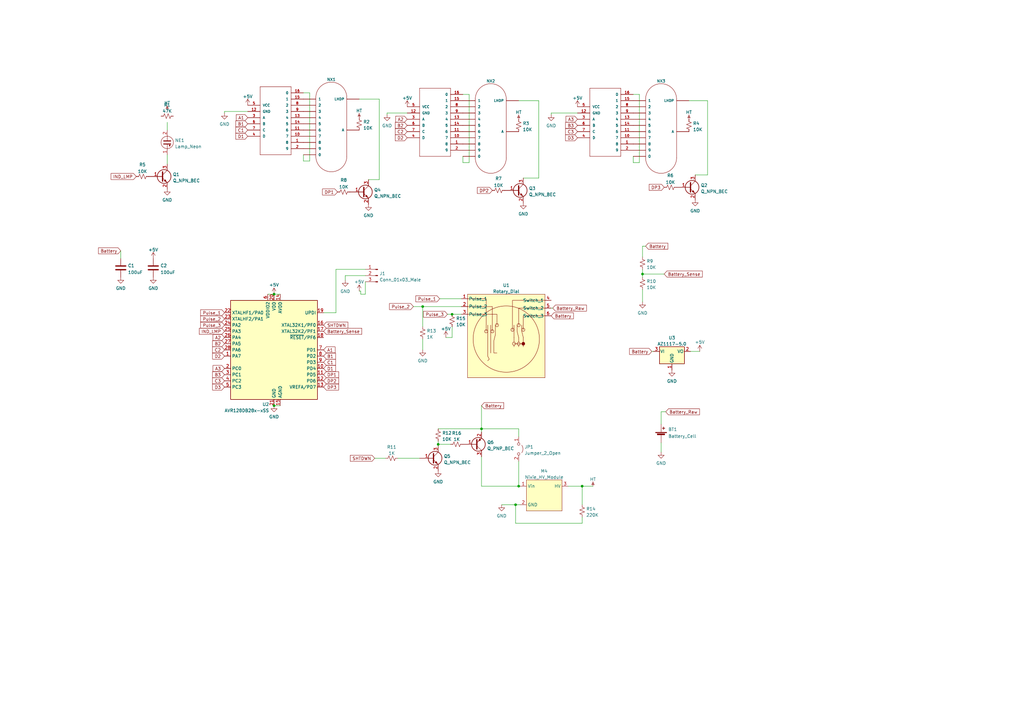
<source format=kicad_sch>
(kicad_sch (version 20211123) (generator eeschema)
  (paper "A3")
  (lib_symbols
    (symbol "Connector:Conn_01x03_Male" (pin_names (offset 1.016) hide)
      (property "Reference" "J" (at 0 5.08 0))
      (property "Value" "Conn_01x03_Male" (at 0 -5.08 0))
      (symbol "Conn_01x03_Male_1_1"
        (polyline (pts (xy 1.27 -2.54) (xy 0.8636 -2.54)) (stroke (width 0.1524)))
        (polyline (pts (xy 1.27 0) (xy 0.8636 0)) (stroke (width 0.1524)))
        (polyline (pts (xy 1.27 2.54) (xy 0.8636 2.54)) (stroke (width 0.1524)))
        (rectangle (start 0.8636 -2.413) (end 0 -2.667) (stroke (width 0.1524)) (fill (type outline)))
        (rectangle (start 0.8636 0.127) (end 0 -0.127) (stroke (width 0.1524)) (fill (type outline)))
        (rectangle (start 0.8636 2.667) (end 0 2.413) (stroke (width 0.1524)) (fill (type outline)))
        (pin passive line (at 5.08 2.54 180) (length 3.81) (name "Pin_1") (number "1"))
        (pin passive line (at 5.08 0 180) (length 3.81) (name "Pin_2") (number "2"))
        (pin passive line (at 5.08 -2.54 180) (length 3.81) (name "Pin_3") (number "3"))
      )
    )
    (symbol "Device:Battery_Cell" (pin_numbers hide) (pin_names (offset 0) hide)
      (property "Reference" "BT" (at 2.54 2.54 0))
      (property "Value" "Battery_Cell" (at 2.54 0 0))
      (symbol "Battery_Cell_0_1"
        (rectangle (start -2.286 1.778) (end 2.286 1.524) (fill (type outline)))
        (rectangle (start -1.5748 1.1938) (end 1.4732 0.6858) (fill (type outline)))
        (polyline (pts (xy 0 0.762) (xy 0 0)))
        (polyline (pts (xy 0 1.778) (xy 0 2.54)))
        (polyline (pts (xy 0.508 3.429) (xy 1.524 3.429)) (stroke (width 0.254)))
        (polyline (pts (xy 1.016 3.937) (xy 1.016 2.921)) (stroke (width 0.254)))
      )
      (symbol "Battery_Cell_1_1"
        (pin passive line (at 0 5.08 270) (length 2.54) (name "+") (number "1"))
        (pin passive line (at 0 -2.54 90) (length 2.54) (name "-") (number "2"))
      )
    )
    (symbol "Device:C" (pin_numbers hide) (pin_names (offset 0.254))
      (property "Reference" "C" (at 0.635 2.54 0))
      (property "Value" "C" (at 0.635 -2.54 0))
      (symbol "C_0_1"
        (polyline (pts (xy -2.032 -0.762) (xy 2.032 -0.762)) (stroke (width 0.508)))
        (polyline (pts (xy -2.032 0.762) (xy 2.032 0.762)) (stroke (width 0.508)))
      )
      (symbol "C_1_1"
        (pin passive line (at 0 3.81 270) (length 2.794) (name "~") (number "1"))
        (pin passive line (at 0 -3.81 90) (length 2.794) (name "~") (number "2"))
      )
    )
    (symbol "Device:Lamp_Neon" (pin_names (offset 0.0254) hide)
      (property "Reference" "NE" (at 0.635 3.81 0))
      (property "Value" "Lamp_Neon" (at 0.635 -3.81 0))
      (symbol "Lamp_Neon_0_1"
        (rectangle (start -1.524 -0.508) (end 1.524 -0.762) (fill (type outline)))
        (rectangle (start -1.524 0.762) (end 1.524 0.508) (fill (type outline)))
        (polyline (pts (xy 0 -2.54) (xy 0 -0.762)))
        (polyline (pts (xy 0 0.762) (xy 0 2.54)))
        (circle (center 0 0) (radius 2.54))
        (circle (center 1.016 -1.27) (radius 0.254) (fill (type outline)))
      )
      (symbol "Lamp_Neon_1_1"
        (pin passive line (at 0 -5.08 90) (length 2.54) (name "~") (number "1"))
        (pin passive line (at 0 5.08 270) (length 2.54) (name "~") (number "2"))
      )
    )
    (symbol "Device:Nixie_HV_Module"
      (property "Reference" "M" (at 0 6.985 0))
      (property "Value" "Nixie_HV_Module" (at 0.635 -8.255 0))
      (symbol "Nixie_HV_Module_0_1"
        (rectangle (start -6.985 5.715) (end 7.62 -6.985) (stroke (width 0.1524)) (fill (type background)))
      )
      (symbol "Nixie_HV_Module_1_1"
        (pin power_in line (at -9.525 3.175 0) (length 2.54) (name "Vin") (number "1"))
        (pin power_in line (at -9.525 -4.445 0) (length 2.54) (name "GND") (number "2"))
        (pin power_out line (at 10.16 3.175 180) (length 2.54) (name "HV") (number "3"))
      )
    )
    (symbol "Device:Q_NPN_BEC" (pin_names (offset 0) hide)
      (property "Reference" "Q" (at 5.08 1.27 0))
      (property "Value" "Q_NPN_BEC" (at 5.08 -1.27 0))
      (symbol "Q_NPN_BEC_0_1"
        (polyline (pts (xy 0.635 0.635) (xy 2.54 2.54)))
        (polyline (pts (xy 0.635 -0.635) (xy 2.54 -2.54) (xy 2.54 -2.54)))
        (polyline (pts (xy 0.635 1.905) (xy 0.635 -1.905) (xy 0.635 -1.905)) (stroke (width 0.508)))
        (polyline (pts (xy 1.27 -1.778) (xy 1.778 -1.27) (xy 2.286 -2.286) (xy 1.27 -1.778) (xy 1.27 -1.778)) (fill (type outline)))
        (circle (center 1.27 0) (radius 2.8194) (stroke (width 0.254)))
      )
      (symbol "Q_NPN_BEC_1_1"
        (pin input line (at -5.08 0 0) (length 5.715) (name "B") (number "1"))
        (pin passive line (at 2.54 -5.08 90) (length 2.54) (name "E") (number "2"))
        (pin passive line (at 2.54 5.08 270) (length 2.54) (name "C") (number "3"))
      )
    )
    (symbol "Device:Q_PNP_BEC" (pin_names (offset 0) hide)
      (property "Reference" "Q" (at 5.08 1.27 0))
      (property "Value" "Q_PNP_BEC" (at 5.08 -1.27 0))
      (symbol "Q_PNP_BEC_0_1"
        (polyline (pts (xy 0.635 0.635) (xy 2.54 2.54)))
        (polyline (pts (xy 0.635 -0.635) (xy 2.54 -2.54) (xy 2.54 -2.54)))
        (polyline (pts (xy 0.635 1.905) (xy 0.635 -1.905) (xy 0.635 -1.905)) (stroke (width 0.508)))
        (polyline (pts (xy 2.286 -1.778) (xy 1.778 -2.286) (xy 1.27 -1.27) (xy 2.286 -1.778) (xy 2.286 -1.778)) (fill (type outline)))
        (circle (center 1.27 0) (radius 2.8194) (stroke (width 0.254)))
      )
      (symbol "Q_PNP_BEC_1_1"
        (pin input line (at -5.08 0 0) (length 5.715) (name "B") (number "1"))
        (pin passive line (at 2.54 -5.08 90) (length 2.54) (name "E") (number "2"))
        (pin passive line (at 2.54 5.08 270) (length 2.54) (name "C") (number "3"))
      )
    )
    (symbol "Device:R_Small_US" (pin_numbers hide) (pin_names (offset 0.254) hide)
      (property "Reference" "R" (at 0.762 0.508 0))
      (property "Value" "R_Small_US" (at 0.762 -1.016 0))
      (symbol "R_Small_US_1_1"
        (polyline (pts (xy 0 0) (xy 1.016 -0.381) (xy 0 -0.762) (xy -1.016 -1.143) (xy 0 -1.524)))
        (polyline (pts (xy 0 1.524) (xy 1.016 1.143) (xy 0 0.762) (xy -1.016 0.381) (xy 0 0)))
        (pin passive line (at 0 2.54 270) (length 1.016) (name "~") (number "1"))
        (pin passive line (at 0 -2.54 90) (length 1.016) (name "~") (number "2"))
      )
    )
    (symbol "Device:Rotary_Dial"
      (property "Reference" "U" (at 0 17.145 0))
      (property "Value" "Rotary_Dial" (at 0 -20.955 0))
      (symbol "Rotary_Dial_0_1"
        (rectangle (start -15.875 15.875) (end 15.875 -18.415) (stroke (width 0.1524)) (fill (type background)))
        (circle (center -8.255 0.635) (radius 0.635) (stroke (width 0.1524)))
        (circle (center -5.715 0.635) (radius 0.635) (stroke (width 0.1524)))
        (circle (center -3.81 3.175) (radius 0.635) (stroke (width 0.1524)))
        (circle (center 0 -2.54) (radius 13.5896) (stroke (width 0.1524)))
        (polyline (pts (xy -6.35 3.175) (xy -6.35 -8.255)) (stroke (width 0.1524)))
        (polyline (pts (xy 3.175 -5.08) (xy 3.175 -5.715)) (stroke (width 0.1524)))
        (polyline (pts (xy 3.175 -1.905) (xy 3.175 -3.81)) (stroke (width 0.1524)))
        (polyline (pts (xy 3.175 -1.905) (xy 3.175 3.175)) (stroke (width 0.1524)))
        (polyline (pts (xy 5.08 -5.08) (xy 5.08 -5.715)) (stroke (width 0.1524)))
        (polyline (pts (xy 5.08 -1.905) (xy 5.08 -3.81)) (stroke (width 0.1524)))
        (polyline (pts (xy 5.08 3.175) (xy 5.08 10.16)) (stroke (width 0.1524)))
        (polyline (pts (xy 5.08 10.16) (xy 15.875 10.16)) (stroke (width 0.1524)))
        (polyline (pts (xy 6.985 -4.445) (xy 3.175 -4.445)) (stroke (width 0.1524)))
        (polyline (pts (xy 6.985 -1.905) (xy 6.985 -5.715)) (stroke (width 0.1524)))
        (polyline (pts (xy -8.255 0.635) (xy -8.255 13.97) (xy -15.875 13.97)) (stroke (width 0.1524)))
        (polyline (pts (xy -5.715 0.635) (xy -5.715 10.795) (xy -15.875 10.795)) (stroke (width 0.1524)))
        (polyline (pts (xy -3.81 3.175) (xy -3.81 7.62) (xy -15.875 7.62)) (stroke (width 0.1524)))
        (polyline (pts (xy 2.54 1.27) (xy 2.54 13.335) (xy 15.875 13.335)) (stroke (width 0.1524)))
        (polyline (pts (xy 5.08 -1.905) (xy 4.445 0.635) (xy 4.445 3.175)) (stroke (width 0.1524)))
        (polyline (pts (xy 6.985 -1.905) (xy 6.35 0.635) (xy 6.35 3.175)) (stroke (width 0.1524)))
        (polyline (pts (xy 6.985 1.27) (xy 6.985 6.985) (xy 15.875 6.985)) (stroke (width 0.1524)))
        (polyline (pts (xy -7.62 3.175) (xy -7.62 -7.62) (xy -7.62 -9.525) (xy -6.985 -10.795) (xy -7.62 -11.43)) (stroke (width 0.1524)))
        (polyline (pts (xy -4.445 3.175) (xy -4.445 -0.635) (xy -5.08 -3.175) (xy -5.08 -8.255) (xy -3.81 -8.255)) (stroke (width 0.1524)))
        (circle (center 2.54 1.27) (radius 0.635) (stroke (width 0.1524)))
        (circle (center 3.175 -4.445) (radius 0.635) (stroke (width 0.1524)))
        (circle (center 5.08 -4.445) (radius 0.635) (stroke (width 0.1524)))
        (circle (center 5.08 3.175) (radius 0.635) (stroke (width 0.1524)))
        (circle (center 6.985 -4.445) (radius 0.635) (stroke (width 0.1524)) (fill (type outline)))
        (circle (center 6.985 1.27) (radius 0.635) (stroke (width 0.1524)))
      )
      (symbol "Rotary_Dial_1_1"
        (pin bidirectional line (at -18.415 13.97 0) (length 2.54) (name "Pulse_1") (number "1"))
        (pin bidirectional line (at -18.415 10.795 0) (length 2.54) (name "Pulse_2") (number "2"))
        (pin bidirectional line (at -18.415 7.62 0) (length 2.54) (name "Pulse_3") (number "3"))
        (pin bidirectional line (at 18.415 13.335 180) (length 2.54) (name "Switch_1") (number "4"))
        (pin bidirectional line (at 18.415 10.16 180) (length 2.54) (name "Switch_2") (number "5"))
        (pin bidirectional line (at 18.415 6.985 180) (length 2.54) (name "Switch_3") (number "6"))
      )
    )
    (symbol "Jumper:Jumper_2_Open" (pin_names (offset 0) hide)
      (property "Reference" "JP" (at 0 2.794 0))
      (property "Value" "Jumper_2_Open" (at 0 -2.286 0))
      (symbol "Jumper_2_Open_0_0"
        (circle (center -2.032 0) (radius 0.508))
        (circle (center 2.032 0) (radius 0.508))
      )
      (symbol "Jumper_2_Open_0_1"
        (arc (start 1.524 1.27) (mid 0 1.778) (end -1.524 1.27))
      )
      (symbol "Jumper_2_Open_1_1"
        (pin passive line (at -5.08 0 0) (length 2.54) (name "A") (number "1"))
        (pin passive line (at 5.08 0 180) (length 2.54) (name "B") (number "2"))
      )
    )
    (symbol "MCU_Microchip_AVR_Dx:AVR128DB28x-xSS"
      (property "Reference" "U" (at -17.78 21.59 0))
      (property "Value" "AVR128DB28x-xSS" (at 2.54 -21.59 0))
      (symbol "AVR128DB28x-xSS_0_1"
        (rectangle (start -17.78 20.32) (end 17.78 -20.32) (stroke (width 0.254)) (fill (type background)))
      )
      (symbol "AVR128DB28x-xSS_1_1"
        (pin bidirectional line (at 20.32 -2.54 180) (length 2.54) (name "PA7") (number "1"))
        (pin bidirectional line (at -20.32 -7.62 0) (length 2.54) (name "PD4") (number "10"))
        (pin bidirectional line (at -20.32 -10.16 0) (length 2.54) (name "PD5") (number "11"))
        (pin bidirectional line (at -20.32 -12.7 0) (length 2.54) (name "PD6") (number "12"))
        (pin bidirectional line (at -20.32 -15.24 0) (length 2.54) (name "VREFA/PD7") (number "13"))
        (pin power_in line (at -2.54 22.86 270) (length 2.54) (name "AVDD") (number "14"))
        (pin power_in line (at -2.54 -22.86 90) (length 2.54) (name "AGND") (number "15"))
        (pin bidirectional line (at -20.32 10.16 0) (length 2.54) (name "XTAL32K1/PF0") (number "16"))
        (pin bidirectional line (at -20.32 7.62 0) (length 2.54) (name "XTAL32K2/PF1") (number "17"))
        (pin bidirectional line (at -20.32 5.08 0) (length 2.54) (name "~{RESET}/PF6") (number "18"))
        (pin input line (at -20.32 15.24 0) (length 2.54) (name "UPDI") (number "19"))
        (pin bidirectional line (at 20.32 -7.62 180) (length 2.54) (name "PC0") (number "2"))
        (pin power_in line (at 0 22.86 270) (length 2.54) (name "VDD") (number "20"))
        (pin power_in line (at 0 -22.86 90) (length 2.54) (name "GND") (number "21"))
        (pin bidirectional line (at 20.32 15.24 180) (length 2.54) (name "XTALHF1/PA0") (number "22"))
        (pin bidirectional line (at 20.32 12.7 180) (length 2.54) (name "XTALHF2/PA1") (number "23"))
        (pin bidirectional line (at 20.32 10.16 180) (length 2.54) (name "PA2") (number "24"))
        (pin bidirectional line (at 20.32 7.62 180) (length 2.54) (name "PA3") (number "25"))
        (pin bidirectional line (at 20.32 5.08 180) (length 2.54) (name "PA4") (number "26"))
        (pin bidirectional line (at 20.32 2.54 180) (length 2.54) (name "PA5") (number "27"))
        (pin bidirectional line (at 20.32 0 180) (length 2.54) (name "PA6") (number "28"))
        (pin bidirectional line (at 20.32 -10.16 180) (length 2.54) (name "PC1") (number "3"))
        (pin bidirectional line (at 20.32 -12.7 180) (length 2.54) (name "PC2") (number "4"))
        (pin bidirectional line (at 20.32 -15.24 180) (length 2.54) (name "PC3") (number "5"))
        (pin power_in line (at 2.54 22.86 270) (length 2.54) (name "VDDIO2") (number "6"))
        (pin bidirectional line (at -20.32 0 0) (length 2.54) (name "PD1") (number "7"))
        (pin bidirectional line (at -20.32 -2.54 0) (length 2.54) (name "PD2") (number "8"))
        (pin bidirectional line (at -20.32 -5.08 0) (length 2.54) (name "PD3") (number "9"))
      )
    )
    (symbol "Regulator_Linear:AZ1117-5.0" (pin_names (offset 0.254))
      (property "Reference" "U" (at -3.81 3.175 0))
      (property "Value" "AZ1117-5.0" (at 0 3.175 0))
      (symbol "AZ1117-5.0_0_1"
        (rectangle (start -5.08 1.905) (end 5.08 -5.08) (stroke (width 0.254)) (fill (type background)))
      )
      (symbol "AZ1117-5.0_1_1"
        (pin power_in line (at 0 -7.62 90) (length 2.54) (name "GND") (number "1"))
        (pin power_out line (at 7.62 0 180) (length 2.54) (name "VO") (number "2"))
        (pin power_in line (at -7.62 0 0) (length 2.54) (name "VI") (number "3"))
      )
    )
    (symbol "nixiemisc:74141DIP16" (pin_names (offset 1.016))
      (symbol "74141DIP16_1_0"
        (polyline (pts (xy -7.62 -12.7) (xy 5.08 -12.7)))
        (polyline (pts (xy -7.62 15.24) (xy -7.62 -12.7)))
        (polyline (pts (xy 5.08 -12.7) (xy 5.08 15.24)))
        (polyline (pts (xy 5.08 15.24) (xy -7.62 15.24)))
      )
      (symbol "74141DIP16_1_1"
        (pin passive line (at 10.16 -7.62 180) (length 5.08) (name "8") (number "1"))
        (pin passive line (at 10.16 -5.08 180) (length 5.08) (name "7") (number "10"))
        (pin passive line (at 10.16 -2.54 180) (length 5.08) (name "6") (number "11"))
        (pin power_in line (at -12.7 5.08 0) (length 5.08) (name "GND") (number "12"))
        (pin passive line (at 10.16 2.54 180) (length 5.08) (name "4") (number "13"))
        (pin passive line (at 10.16 0 180) (length 5.08) (name "5") (number "14"))
        (pin passive line (at 10.16 10.16 180) (length 5.08) (name "1") (number "15"))
        (pin passive line (at 10.16 12.7 180) (length 5.08) (name "0") (number "16"))
        (pin passive line (at 10.16 -10.16 180) (length 5.08) (name "9") (number "2"))
        (pin passive line (at -12.7 2.54 0) (length 5.08) (name "A") (number "3"))
        (pin passive line (at -12.7 -5.08 0) (length 5.08) (name "D") (number "4"))
        (pin power_in line (at -12.7 7.62 0) (length 5.08) (name "VCC") (number "5"))
        (pin passive line (at -12.7 0 0) (length 5.08) (name "B") (number "6"))
        (pin passive line (at -12.7 -2.54 0) (length 5.08) (name "C") (number "7"))
        (pin passive line (at 10.16 7.62 180) (length 5.08) (name "2") (number "8"))
        (pin passive line (at 10.16 5.08 180) (length 5.08) (name "3") (number "9"))
      )
    )
    (symbol "nixies-us:IN-12BNOHOLE" (pin_numbers hide) (pin_names (offset 1.016))
      (property "Reference" "NX" (at -4.445 20.955 0))
      (symbol "IN-12BNOHOLE_1_0"
        (polyline (pts (xy -7.62 -10.795) (xy -7.62 13.335)))
        (polyline (pts (xy 5.08 -10.795) (xy 5.08 13.335)))
      )
      (symbol "IN-12BNOHOLE_1_1"
        (arc (start -7.62 -10.795) (mid -1.27 -17.145) (end 5.08 -10.795))
        (arc (start 5.08 13.335) (mid -1.27 19.685) (end -7.62 13.335))
        (pin bidirectional line (at -12.7 -10.16 0) (length 5.08) (name "0") (number "0"))
        (pin bidirectional line (at -12.7 12.7 0) (length 5.08) (name "1") (number "1"))
        (pin bidirectional line (at -12.7 10.16 0) (length 5.08) (name "2") (number "2"))
        (pin bidirectional line (at -12.7 7.62 0) (length 5.08) (name "3") (number "3"))
        (pin bidirectional line (at -12.7 5.08 0) (length 5.08) (name "4") (number "4"))
        (pin bidirectional line (at -12.7 2.54 0) (length 5.08) (name "5") (number "5"))
        (pin bidirectional line (at -12.7 0 0) (length 5.08) (name "6") (number "6"))
        (pin bidirectional line (at -12.7 -2.54 0) (length 5.08) (name "7") (number "7"))
        (pin bidirectional line (at -12.7 -5.08 0) (length 5.08) (name "8") (number "8"))
        (pin bidirectional line (at -12.7 -7.62 0) (length 5.08) (name "9") (number "9"))
        (pin bidirectional line (at 10.16 0 180) (length 5.08) (name "A") (number "A"))
        (pin bidirectional line (at 10.16 12.7 180) (length 5.08) (name "LHDP") (number "LHDP"))
      )
    )
    (symbol "power:+5V" (power) (pin_names (offset 0))
      (property "Value" "+5V" (at 0 3.556 0))
      (symbol "+5V_0_1"
        (polyline (pts (xy -0.762 1.27) (xy 0 2.54)))
        (polyline (pts (xy 0 0) (xy 0 2.54)))
        (polyline (pts (xy 0 2.54) (xy 0.762 1.27)))
      )
      (symbol "+5V_1_1"
        (pin power_in line (at 0 0 90) (length 0) hide (name "+5V") (number "1"))
      )
    )
    (symbol "power:GND" (power) (pin_names (offset 0))
      (property "Value" "GND" (at 0 -3.81 0))
      (symbol "GND_0_1"
        (polyline (pts (xy 0 0) (xy 0 -1.27) (xy 1.27 -1.27) (xy 0 -2.54) (xy -1.27 -1.27) (xy 0 -1.27)))
      )
      (symbol "GND_1_1"
        (pin power_in line (at 0 0 270) (length 0) hide (name "GND") (number "1"))
      )
    )
    (symbol "power:HT" (power) (pin_names (offset 0))
      (property "Value" "HT" (at 0 2.286 0))
      (symbol "HT_0_0"
        (pin power_in line (at 0 0 90) (length 0) hide (name "HT") (number "1"))
      )
      (symbol "HT_0_1"
        (polyline (pts (xy 0 0) (xy 0 1.016) (xy 0 1.016)))
        (polyline (pts (xy 0 1.016) (xy 0.508 0.508) (xy 0 1.778) (xy -0.508 0.508) (xy 0 1.016) (xy 0 1.016)))
      )
    )
  )
  (junction (at 112.395 166.37))
  (junction (at 197.485 175.895))
  (junction (at 238.76 199.39))
  (junction (at 179.705 182.245))
  (junction (at 211.455 207.01))
  (junction (at 212.725 199.39))
  (junction (at 185.42 128.905))
  (junction (at 112.395 120.65))
  (junction (at 173.355 125.73))
  (junction (at 263.525 112.395))
  (wire (pts (xy 155.575 73.66) (xy 155.575 40.64)))
  (wire (pts (xy 180.34 122.555) (xy 189.23 122.555)))
  (wire (pts (xy 290.195 41.275) (xy 282.575 41.275)))
  (wire (pts (xy 179.705 175.895) (xy 197.485 175.895)))
  (wire (pts (xy 163.195 187.96) (xy 172.085 187.96)))
  (wire (pts (xy 189.865 38.735) (xy 192.405 38.735)))
  (wire (pts (xy 114.935 166.37) (xy 112.395 166.37)))
  (wire (pts (xy 153.67 187.96) (xy 158.115 187.96)))
  (wire (pts (xy 155.575 73.66) (xy 151.13 73.66)))
  (wire (pts (xy 185.42 128.905) (xy 189.23 128.905)))
  (wire (pts (xy 137.795 110.49) (xy 149.86 110.49)))
  (wire (pts (xy 68.58 50.165) (xy 68.58 53.34)))
  (wire (pts (xy 114.935 120.65) (xy 112.395 120.65)))
  (wire (pts (xy 220.98 41.275) (xy 212.725 41.275)))
  (wire (pts (xy 267.335 144.145) (xy 267.97 144.145)))
  (wire (pts (xy 259.715 38.735) (xy 262.255 38.735)))
  (wire (pts (xy 149.86 115.57) (xy 149.86 120.65)))
  (wire (pts (xy 262.255 38.735) (xy 262.255 66.675)))
  (wire (pts (xy 271.145 168.91) (xy 271.145 173.99)))
  (wire (pts (xy 238.76 214.63) (xy 211.455 214.63)))
  (wire (pts (xy 127 66.04) (xy 124.46 66.04)))
  (wire (pts (xy 263.525 100.965) (xy 264.795 100.965)))
  (wire (pts (xy 197.485 199.39) (xy 212.725 199.39)))
  (wire (pts (xy 137.795 128.27) (xy 132.715 128.27)))
  (wire (pts (xy 226.695 126.365) (xy 226.06 126.365)))
  (wire (pts (xy 184.785 182.245) (xy 179.705 182.245)))
  (wire (pts (xy 127 38.1) (xy 127 66.04)))
  (wire (pts (xy 211.455 214.63) (xy 211.455 207.01)))
  (wire (pts (xy 283.21 144.145) (xy 287.02 144.145)))
  (wire (pts (xy 173.355 139.065) (xy 173.355 143.51)))
  (wire (pts (xy 173.355 125.73) (xy 173.355 133.985)))
  (wire (pts (xy 147.32 119.38) (xy 147.955 119.38)))
  (wire (pts (xy 290.195 71.755) (xy 285.115 71.755)))
  (wire (pts (xy 212.725 179.07) (xy 212.725 175.895)))
  (wire (pts (xy 185.42 133.985) (xy 185.42 138.43)))
  (wire (pts (xy 192.405 66.675) (xy 189.865 66.675)))
  (wire (pts (xy 92.075 45.72) (xy 92.075 46.355)))
  (wire (pts (xy 68.58 63.5) (xy 68.58 67.31)))
  (wire (pts (xy 197.485 166.37) (xy 197.485 175.895)))
  (wire (pts (xy 179.705 180.975) (xy 179.705 182.245)))
  (wire (pts (xy 290.195 71.755) (xy 290.195 41.275)))
  (wire (pts (xy 189.865 66.675) (xy 189.865 64.135)))
  (wire (pts (xy 112.395 120.65) (xy 109.855 120.65)))
  (wire (pts (xy 155.575 40.64) (xy 147.32 40.64)))
  (wire (pts (xy 211.455 207.01) (xy 213.36 207.01)))
  (wire (pts (xy 238.76 212.09) (xy 238.76 214.63)))
  (wire (pts (xy 147.955 120.65) (xy 147.955 119.38)))
  (wire (pts (xy 197.485 175.895) (xy 197.485 177.165)))
  (wire (pts (xy 263.525 112.395) (xy 263.525 113.665)))
  (wire (pts (xy 263.525 105.41) (xy 263.525 100.965)))
  (wire (pts (xy 141.605 113.03) (xy 141.605 114.935)))
  (wire (pts (xy 262.255 66.675) (xy 259.715 66.675)))
  (wire (pts (xy 49.53 102.87) (xy 49.53 106.045)))
  (wire (pts (xy 137.795 128.27) (xy 137.795 110.49)))
  (wire (pts (xy 220.98 73.025) (xy 220.98 41.275)))
  (wire (pts (xy 182.88 138.43) (xy 185.42 138.43)))
  (wire (pts (xy 183.515 128.905) (xy 185.42 128.905)))
  (wire (pts (xy 149.86 120.65) (xy 147.955 120.65)))
  (wire (pts (xy 238.76 199.39) (xy 243.205 199.39)))
  (wire (pts (xy 124.46 66.04) (xy 124.46 63.5)))
  (wire (pts (xy 272.415 112.395) (xy 263.525 112.395)))
  (wire (pts (xy 273.05 168.91) (xy 271.145 168.91)))
  (wire (pts (xy 271.145 181.61) (xy 271.145 185.42)))
  (wire (pts (xy 179.705 182.245) (xy 179.705 182.88)))
  (wire (pts (xy 212.725 199.39) (xy 213.36 199.39)))
  (wire (pts (xy 167.005 46.355) (xy 158.75 46.355)))
  (wire (pts (xy 212.725 175.895) (xy 197.485 175.895)))
  (wire (pts (xy 263.525 123.825) (xy 263.525 118.745)))
  (wire (pts (xy 101.6 45.72) (xy 92.075 45.72)))
  (wire (pts (xy 192.405 38.735) (xy 192.405 66.675)))
  (wire (pts (xy 149.86 113.03) (xy 141.605 113.03)))
  (wire (pts (xy 236.855 46.355) (xy 226.06 46.355)))
  (wire (pts (xy 124.46 38.1) (xy 127 38.1)))
  (wire (pts (xy 259.715 66.675) (xy 259.715 64.135)))
  (wire (pts (xy 169.545 125.73) (xy 173.355 125.73)))
  (wire (pts (xy 212.725 189.23) (xy 212.725 199.39)))
  (wire (pts (xy 220.98 73.025) (xy 214.63 73.025)))
  (wire (pts (xy 158.75 46.355) (xy 158.75 46.99)))
  (wire (pts (xy 233.045 199.39) (xy 238.76 199.39)))
  (wire (pts (xy 238.76 199.39) (xy 238.76 207.01)))
  (wire (pts (xy 226.06 46.355) (xy 226.06 46.99)))
  (wire (pts (xy 173.355 125.73) (xy 189.23 125.73)))
  (wire (pts (xy 205.74 207.01) (xy 211.455 207.01)))
  (wire (pts (xy 263.525 110.49) (xy 263.525 112.395)))
  (wire (pts (xy 197.485 187.325) (xy 197.485 199.39)))
  (global_label "Battery_Sense" (shape input) (at 272.415 112.395 0) (property "Intersheet References" "${INTERSHEET_REFS}" (effects hide)))
  (global_label "C3" (shape input) (at 236.855 53.975 180) (property "Intersheet References" "${INTERSHEET_REFS}" (effects hide)))
  (global_label "IND_LMP" (shape input) (at 92.075 135.89 180) (property "Intersheet References" "${INTERSHEET_REFS}" (effects hide)))
  (global_label "B3" (shape input) (at 236.855 51.435 180) (property "Intersheet References" "${INTERSHEET_REFS}" (effects hide)))
  (global_label "D2" (shape input) (at 167.005 56.515 180) (property "Intersheet References" "${INTERSHEET_REFS}" (effects hide)))
  (global_label "C1" (shape input) (at 132.715 148.59 0) (property "Intersheet References" "${INTERSHEET_REFS}" (effects hide)))
  (global_label "Battery_Raw" (shape input) (at 273.05 168.91 0) (property "Intersheet References" "${INTERSHEET_REFS}" (effects hide)))
  (global_label "DP1" (shape input) (at 138.43 78.74 180) (property "Intersheet References" "${INTERSHEET_REFS}" (effects hide)))
  (global_label "D1" (shape input) (at 101.6 55.88 180) (property "Intersheet References" "${INTERSHEET_REFS}" (effects hide)))
  (global_label "Battery" (shape input) (at 226.06 129.54 0) (property "Intersheet References" "${INTERSHEET_REFS}" (effects hide)))
  (global_label "Battery" (shape input) (at 267.335 144.145 180) (property "Intersheet References" "${INTERSHEET_REFS}" (effects hide)))
  (global_label "D1" (shape input) (at 132.715 151.13 0) (property "Intersheet References" "${INTERSHEET_REFS}" (effects hide)))
  (global_label "C2" (shape input) (at 92.075 143.51 180) (property "Intersheet References" "${INTERSHEET_REFS}" (effects hide)))
  (global_label "IND_LMP" (shape input) (at 55.88 72.39 180) (property "Intersheet References" "${INTERSHEET_REFS}" (effects hide)))
  (global_label "Pulse_1" (shape input) (at 92.075 128.27 180) (property "Intersheet References" "${INTERSHEET_REFS}" (effects hide)))
  (global_label "Pulse_1" (shape input) (at 180.34 122.555 180) (property "Intersheet References" "${INTERSHEET_REFS}" (effects hide)))
  (global_label "SHTDWN" (shape input) (at 132.715 133.35 0) (property "Intersheet References" "${INTERSHEET_REFS}" (effects hide)))
  (global_label "C1" (shape input) (at 101.6 53.34 180) (property "Intersheet References" "${INTERSHEET_REFS}" (effects hide)))
  (global_label "Battery_Sense" (shape input) (at 132.715 135.89 0) (property "Intersheet References" "${INTERSHEET_REFS}" (effects hide)))
  (global_label "B2" (shape input) (at 167.005 51.435 180) (property "Intersheet References" "${INTERSHEET_REFS}" (effects hide)))
  (global_label "SHTDWN" (shape input) (at 153.67 187.96 180) (property "Intersheet References" "${INTERSHEET_REFS}" (effects hide)))
  (global_label "C3" (shape input) (at 92.075 156.21 180) (property "Intersheet References" "${INTERSHEET_REFS}" (effects hide)))
  (global_label "A3" (shape input) (at 236.855 48.895 180) (property "Intersheet References" "${INTERSHEET_REFS}" (effects hide)))
  (global_label "Battery" (shape input) (at 197.485 166.37 0) (property "Intersheet References" "${INTERSHEET_REFS}" (effects hide)))
  (global_label "D2" (shape input) (at 92.075 146.05 180) (property "Intersheet References" "${INTERSHEET_REFS}" (effects hide)))
  (global_label "D3" (shape input) (at 236.855 56.515 180) (property "Intersheet References" "${INTERSHEET_REFS}" (effects hide)))
  (global_label "Pulse_2" (shape input) (at 169.545 125.73 180) (property "Intersheet References" "${INTERSHEET_REFS}" (effects hide)))
  (global_label "A2" (shape input) (at 167.005 48.895 180) (property "Intersheet References" "${INTERSHEET_REFS}" (effects hide)))
  (global_label "DP3" (shape input) (at 132.715 158.75 0) (property "Intersheet References" "${INTERSHEET_REFS}" (effects hide)))
  (global_label "B3" (shape input) (at 92.075 153.67 180) (property "Intersheet References" "${INTERSHEET_REFS}" (effects hide)))
  (global_label "Battery" (shape input) (at 264.795 100.965 0) (property "Intersheet References" "${INTERSHEET_REFS}" (effects hide)))
  (global_label "Pulse_2" (shape input) (at 92.075 130.81 180) (property "Intersheet References" "${INTERSHEET_REFS}" (effects hide)))
  (global_label "B2" (shape input) (at 92.075 140.97 180) (property "Intersheet References" "${INTERSHEET_REFS}" (effects hide)))
  (global_label "A1" (shape input) (at 101.6 48.26 180) (property "Intersheet References" "${INTERSHEET_REFS}" (effects hide)))
  (global_label "A2" (shape input) (at 92.075 138.43 180) (property "Intersheet References" "${INTERSHEET_REFS}" (effects hide)))
  (global_label "B1" (shape input) (at 132.715 146.05 0) (property "Intersheet References" "${INTERSHEET_REFS}" (effects hide)))
  (global_label "A3" (shape input) (at 92.075 151.13 180) (property "Intersheet References" "${INTERSHEET_REFS}" (effects hide)))
  (global_label "Pulse_3" (shape input) (at 183.515 128.905 180) (property "Intersheet References" "${INTERSHEET_REFS}" (effects hide)))
  (global_label "DP3" (shape input) (at 272.415 76.835 180) (property "Intersheet References" "${INTERSHEET_REFS}" (effects hide)))
  (global_label "C2" (shape input) (at 167.005 53.975 180) (property "Intersheet References" "${INTERSHEET_REFS}" (effects hide)))
  (global_label "DP2" (shape input) (at 201.93 78.105 180) (property "Intersheet References" "${INTERSHEET_REFS}" (effects hide)))
  (global_label "D3" (shape input) (at 92.075 158.75 180) (property "Intersheet References" "${INTERSHEET_REFS}" (effects hide)))
  (global_label "B1" (shape input) (at 101.6 50.8 180) (property "Intersheet References" "${INTERSHEET_REFS}" (effects hide)))
  (global_label "Battery" (shape input) (at 49.53 102.87 180) (property "Intersheet References" "${INTERSHEET_REFS}" (effects hide)))
  (global_label "A1" (shape input) (at 132.715 143.51 0) (property "Intersheet References" "${INTERSHEET_REFS}" (effects hide)))
  (global_label "DP2" (shape input) (at 132.715 156.21 0) (property "Intersheet References" "${INTERSHEET_REFS}" (effects hide)))
  (global_label "DP1" (shape input) (at 132.715 153.67 0) (property "Intersheet References" "${INTERSHEET_REFS}" (effects hide)))
  (global_label "Pulse_3" (shape input) (at 92.075 133.35 180) (property "Intersheet References" "${INTERSHEET_REFS}" (effects hide)))
  (global_label "Battery_Raw" (shape input) (at 226.695 126.365 0) (property "Intersheet References" "${INTERSHEET_REFS}" (effects hide)))
  (symbol (lib_id "power:+5V") (at 236.855 43.815 0) (unit 1)
    (property "Reference" "#PWR03" (effects hide))
    (property "Value" "+5V" (at 236.855 40.2105 0))
  )
  (symbol (lib_id "Jumper:Jumper_2_Open") (at 212.725 184.15 270) (unit 1)
    (property "Reference" "JP1" (at 215.138 183.3153 90) (effects (justify left)))
    (property "Value" "Jumper_2_Open" (at 215.138 185.8522 90) (effects (justify left)))
    (property "Footprint" "Jumper:SolderJumper-2_P1.3mm_Open_RoundedPad1.0x1.5mm" (effects hide))
  )
  (symbol (lib_id "Device:R_Small_US") (at 282.575 51.435 180) (unit 1)
    (property "Reference" "R4" (at 284.226 50.6003 0) (effects (justify right)))
    (property "Value" "10K" (at 284.226 53.1372 0) (effects (justify right)))
    (property "Footprint" "Resistor_SMD:R_1206_3216Metric_Pad1.30x1.75mm_HandSolder" (effects hide))
  )
  (symbol (lib_id "Device:R_Small_US") (at 160.655 187.96 270) (unit 1)
    (property "Reference" "R11" (at 160.655 183.3712 90))
    (property "Value" "1K" (at 160.655 185.9081 90))
    (property "Footprint" "Resistor_SMD:R_0805_2012Metric_Pad1.20x1.40mm_HandSolder" (effects hide))
  )
  (symbol (lib_id "Device:C") (at 49.53 109.855 0) (unit 1)
    (property "Reference" "C1" (at 52.451 108.9465 0) (effects (justify left)))
    (property "Value" "100uF" (at 52.451 111.7216 0) (effects (justify left)))
    (property "Footprint" "Capacitor_SMD:C_1206_3216Metric_Pad1.33x1.80mm_HandSolder" (effects hide))
  )
  (symbol (lib_id "power:HT") (at 243.205 199.39 0) (unit 1)
    (property "Reference" "#PWR026" (effects hide))
    (property "Value" "HT" (at 243.205 196.5762 0))
  )
  (symbol (lib_id "power:GND") (at 112.395 166.37 0) (mirror y) (unit 1)
    (property "Reference" "#PWR023" (effects hide))
    (property "Value" "GND" (at 112.395 170.9325 0))
  )
  (symbol (lib_id "Device:Rotary_Dial") (at 207.645 136.525 0) (unit 1)
    (property "Reference" "U1" (at 207.645 117.001 0))
    (property "Value" "Rotary_Dial" (at 207.645 119.5379 0))
    (property "Footprint" "Connector_PinHeader_2.54mm:PinHeader_1x06_P2.54mm_Vertical" (effects hide))
  )
  (symbol (lib_id "Device:R_Small_US") (at 187.325 182.245 90) (unit 1)
    (property "Reference" "R16" (at 187.325 177.6562 90))
    (property "Value" "1K" (at 187.325 180.1931 90))
    (property "Footprint" "Resistor_SMD:R_0805_2012Metric_Pad1.20x1.40mm_HandSolder" (effects hide))
  )
  (symbol (lib_id "Device:Lamp_Neon") (at 68.58 58.42 0) (unit 1)
    (property "Reference" "NE1" (at 71.755 57.5853 0) (effects (justify left)))
    (property "Value" "Lamp_Neon" (at 71.755 60.1222 0) (effects (justify left)))
    (property "Footprint" "Connector_PinHeader_2.54mm:PinHeader_1x02_P2.54mm_Vertical" (effects hide))
  )
  (symbol (lib_id "power:GND") (at 141.605 114.935 0) (mirror y) (unit 1)
    (property "Reference" "#PWR0101" (effects hide))
    (property "Value" "GND" (at 141.605 119.4975 0))
  )
  (symbol (lib_id "Device:R_Small_US") (at 263.525 116.205 180) (unit 1)
    (property "Reference" "R10" (at 265.176 115.3703 0) (effects (justify right)))
    (property "Value" "10K" (at 265.176 117.9072 0) (effects (justify right)))
    (property "Footprint" "Resistor_SMD:R_0805_2012Metric_Pad1.20x1.40mm_HandSolder" (effects hide))
  )
  (symbol (lib_id "Device:R_Small_US") (at 212.725 51.435 180) (unit 1)
    (property "Reference" "R3" (at 214.376 50.6003 0) (effects (justify right)))
    (property "Value" "10K" (at 214.376 53.1372 0) (effects (justify right)))
    (property "Footprint" "Resistor_SMD:R_1206_3216Metric_Pad1.30x1.75mm_HandSolder" (effects hide))
  )
  (symbol (lib_id "Device:R_Small_US") (at 147.32 50.8 180) (unit 1)
    (property "Reference" "R2" (at 148.971 49.9653 0) (effects (justify right)))
    (property "Value" "10K" (at 148.971 52.5022 0) (effects (justify right)))
    (property "Footprint" "Resistor_SMD:R_1206_3216Metric_Pad1.30x1.75mm_HandSolder" (effects hide))
  )
  (symbol (lib_id "MCU_Microchip_AVR_Dx:AVR128DB28x-xSS") (at 112.395 143.51 0) (mirror y) (unit 1)
    (property "Reference" "U2" (at 110.3756 165.8604 0) (effects (justify left)))
    (property "Value" "AVR128DB28x-xSS" (at 110.3756 168.3973 0) (effects (justify left)))
    (property "Footprint" "Package_SO:SSOP-28_5.3x10.2mm_P0.65mm" (effects hide))
    (property "Datasheet" "https://ww1.microchip.com/downloads/en/DeviceDoc/AVR128DB28-32-48-64-DataSheet-DS40002247A.pdf" (effects hide))
  )
  (symbol (lib_id "power:GND") (at 62.865 113.665 0) (unit 1)
    (property "Reference" "#PWR017" (effects hide))
    (property "Value" "GND" (at 62.865 118.2275 0))
  )
  (symbol (lib_id "power:GND") (at 214.63 83.185 0) (unit 1)
    (property "Reference" "#PWR013" (effects hide))
    (property "Value" "GND" (at 214.63 87.7475 0))
  )
  (symbol (lib_id "Device:R_Small_US") (at 263.525 107.95 180) (unit 1)
    (property "Reference" "R9" (at 265.176 107.1153 0) (effects (justify right)))
    (property "Value" "10K" (at 265.176 109.6522 0) (effects (justify right)))
    (property "Footprint" "Resistor_SMD:R_0805_2012Metric_Pad1.20x1.40mm_HandSolder" (effects hide))
  )
  (symbol (lib_id "nixies-us:IN-12BNOHOLE") (at 272.415 53.975 0) (unit 1)
    (property "Reference" "NX3" (at 271.145 33.2558 0) (effects (font (size 1.143 1.143))))
    (property "Value" "IN-12BNOHOLE" (effects hide))
    (property "Footprint" "nixies-us:nixies-us-IN-12-DSUB" (effects hide))
  )
  (symbol (lib_id "power:+5V") (at 62.865 106.045 0) (unit 1)
    (property "Reference" "#PWR015" (effects hide))
    (property "Value" "+5V" (at 62.865 102.4405 0))
  )
  (symbol (lib_id "Device:R_Small_US") (at 238.76 209.55 0) (unit 1)
    (property "Reference" "R14" (at 240.411 208.7153 0) (effects (justify left)))
    (property "Value" "220K" (at 240.411 211.2522 0) (effects (justify left)))
    (property "Footprint" "Resistor_SMD:R_1206_3216Metric_Pad1.30x1.75mm_HandSolder" (effects hide))
  )
  (symbol (lib_id "power:GND") (at 179.705 193.04 0) (unit 1)
    (property "Reference" "#PWR025" (effects hide))
    (property "Value" "GND" (at 179.705 197.6025 0))
  )
  (symbol (lib_id "Device:R_Small_US") (at 274.955 76.835 270) (unit 1)
    (property "Reference" "R6" (at 274.955 71.9795 90))
    (property "Value" "10K" (at 274.955 74.7546 90))
    (property "Footprint" "Resistor_SMD:R_0805_2012Metric_Pad1.20x1.40mm_HandSolder" (effects hide))
  )
  (symbol (lib_id "Device:R_Small_US") (at 173.355 136.525 0) (unit 1)
    (property "Reference" "R13" (at 175.006 135.6903 0) (effects (justify left)))
    (property "Value" "1K" (at 175.006 138.2272 0) (effects (justify left)))
    (property "Footprint" "Resistor_SMD:R_0805_2012Metric_Pad1.20x1.40mm_HandSolder" (effects hide))
  )
  (symbol (lib_id "nixiemisc:74141DIP16") (at 114.3 50.8 0) (unit 1)
    (property "Reference" "M1" (effects hide))
    (property "Value" "74141DIP16" (effects hide))
    (property "Footprint" "Package_DIP:DIP-16_W7.62mm" (effects hide))
  )
  (symbol (lib_id "Regulator_Linear:AZ1117-5.0") (at 275.59 144.145 0) (unit 1)
    (property "Reference" "U3" (at 275.59 138.5402 0))
    (property "Value" "AZ1117-5.0" (at 275.59 141.0771 0))
    (property "Footprint" "Package_TO_SOT_SMD:SOT-223-3_TabPin2" (effects hide))
    (property "Datasheet" "https://www.diodes.com/assets/Datasheets/AZ1117.pdf" (effects hide))
  )
  (symbol (lib_id "power:GND") (at 49.53 113.665 0) (unit 1)
    (property "Reference" "#PWR016" (effects hide))
    (property "Value" "GND" (at 49.53 118.2275 0))
  )
  (symbol (lib_id "Device:Q_NPN_BEC") (at 66.04 72.39 0) (unit 1)
    (property "Reference" "Q1" (at 70.8914 71.5553 0) (effects (justify left)))
    (property "Value" "Q_NPN_BEC" (at 70.8914 74.0922 0) (effects (justify left)))
    (property "Footprint" "Package_TO_SOT_SMD:SOT-23" (effects hide))
  )
  (symbol (lib_id "power:GND") (at 285.115 81.915 0) (unit 1)
    (property "Reference" "#PWR012" (effects hide))
    (property "Value" "GND" (at 285.115 86.4775 0))
  )
  (symbol (lib_id "power:HT") (at 282.575 48.895 0) (unit 1)
    (property "Reference" "#PWR010" (effects hide))
    (property "Value" "HT" (at 282.575 46.0525 0))
  )
  (symbol (lib_id "Device:R_Small_US") (at 204.47 78.105 270) (unit 1)
    (property "Reference" "R7" (at 204.47 73.2495 90))
    (property "Value" "10K" (at 204.47 76.0246 90))
    (property "Footprint" "Resistor_SMD:R_0805_2012Metric_Pad1.20x1.40mm_HandSolder" (effects hide))
  )
  (symbol (lib_id "power:+5V") (at 167.005 43.815 0) (unit 1)
    (property "Reference" "#PWR02" (effects hide))
    (property "Value" "+5V" (at 167.005 40.2105 0))
  )
  (symbol (lib_id "Device:C") (at 62.865 109.855 0) (unit 1)
    (property "Reference" "C2" (at 65.786 108.9465 0) (effects (justify left)))
    (property "Value" "100uF" (at 65.786 111.7216 0) (effects (justify left)))
    (property "Footprint" "Capacitor_SMD:C_1206_3216Metric_Pad1.33x1.80mm_HandSolder" (effects hide))
  )
  (symbol (lib_id "Device:R_Small_US") (at 68.58 47.625 270) (unit 1)
    (property "Reference" "R1" (at 68.58 43.0362 90))
    (property "Value" "47K" (at 68.58 45.5731 90))
    (property "Footprint" "Resistor_SMD:R_1206_3216Metric_Pad1.30x1.75mm_HandSolder" (effects hide))
  )
  (symbol (lib_id "power:HT") (at 147.32 48.26 0) (unit 1)
    (property "Reference" "#PWR08" (effects hide))
    (property "Value" "HT" (at 147.32 45.4175 0))
  )
  (symbol (lib_id "nixies-us:IN-12BNOHOLE") (at 202.565 53.975 0) (unit 1)
    (property "Reference" "NX2" (at 201.295 33.2558 0) (effects (font (size 1.143 1.143))))
    (property "Value" "IN-12BNOHOLE" (effects hide))
    (property "Footprint" "nixies-us:nixies-us-IN-12-DSUB" (effects hide))
  )
  (symbol (lib_id "Device:Q_NPN_BEC") (at 177.165 187.96 0) (unit 1)
    (property "Reference" "Q5" (at 182.0164 187.1253 0) (effects (justify left)))
    (property "Value" "Q_NPN_BEC" (at 182.0164 189.6622 0) (effects (justify left)))
    (property "Footprint" "Package_TO_SOT_SMD:SOT-23" (effects hide))
  )
  (symbol (lib_id "power:GND") (at 226.06 46.99 0) (unit 1)
    (property "Reference" "#PWR07" (effects hide))
    (property "Value" "GND" (at 226.06 51.5525 0))
  )
  (symbol (lib_id "Device:Q_NPN_BEC") (at 282.575 76.835 0) (unit 1)
    (property "Reference" "Q2" (at 287.4264 76.0003 0) (effects (justify left)))
    (property "Value" "Q_NPN_BEC" (at 287.4264 78.5372 0) (effects (justify left)))
    (property "Footprint" "Package_TO_SOT_SMD:SOT-23" (effects hide))
  )
  (symbol (lib_id "nixies-us:IN-12BNOHOLE") (at 137.16 53.34 0) (unit 1)
    (property "Reference" "NX1" (at 135.89 32.6208 0) (effects (font (size 1.143 1.143))))
    (property "Value" "IN-12BNOHOLE" (effects hide))
    (property "Footprint" "nixies-us:nixies-us-IN-12-DSUB" (effects hide))
  )
  (symbol (lib_id "Connector:Conn_01x03_Male") (at 154.94 113.03 0) (mirror y) (unit 1)
    (property "Reference" "J1" (at 155.6512 112.1953 0) (effects (justify right)))
    (property "Value" "Conn_01x03_Male" (at 155.6512 114.7322 0) (effects (justify right)))
    (property "Footprint" "Connector_PinHeader_2.54mm:PinHeader_1x03_P2.54mm_Vertical" (effects hide))
  )
  (symbol (lib_id "power:GND") (at 275.59 151.765 0) (unit 1)
    (property "Reference" "#PWR022" (effects hide))
    (property "Value" "GND" (at 275.59 156.3275 0))
  )
  (symbol (lib_id "Device:R_Small_US") (at 185.42 131.445 0) (unit 1)
    (property "Reference" "R15" (at 187.071 130.6103 0) (effects (justify left)))
    (property "Value" "10K" (at 187.071 133.1472 0) (effects (justify left)))
    (property "Footprint" "Resistor_SMD:R_0805_2012Metric_Pad1.20x1.40mm_HandSolder" (effects hide))
  )
  (symbol (lib_id "Device:Q_NPN_BEC") (at 148.59 78.74 0) (unit 1)
    (property "Reference" "Q4" (at 153.4414 77.9053 0) (effects (justify left)))
    (property "Value" "Q_NPN_BEC" (at 153.4414 80.4422 0) (effects (justify left)))
    (property "Footprint" "Package_TO_SOT_SMD:SOT-23" (effects hide))
  )
  (symbol (lib_id "Device:Q_PNP_BEC") (at 194.945 182.245 0) (mirror x) (unit 1)
    (property "Reference" "Q6" (at 199.7964 181.4103 0) (effects (justify left)))
    (property "Value" "Q_PNP_BEC" (at 199.7964 183.9472 0) (effects (justify left)))
    (property "Footprint" "Package_TO_SOT_SMD:SOT-23" (effects hide))
  )
  (symbol (lib_id "Device:R_Small_US") (at 140.97 78.74 270) (unit 1)
    (property "Reference" "R8" (at 140.97 73.8845 90))
    (property "Value" "10K" (at 140.97 76.6596 90))
    (property "Footprint" "Resistor_SMD:R_0805_2012Metric_Pad1.20x1.40mm_HandSolder" (effects hide))
  )
  (symbol (lib_id "power:HT") (at 68.58 45.085 0) (unit 1)
    (property "Reference" "#PWR04" (effects hide))
    (property "Value" "HT" (at 68.58 42.2425 0))
  )
  (symbol (lib_id "power:GND") (at 68.58 77.47 0) (unit 1)
    (property "Reference" "#PWR011" (effects hide))
    (property "Value" "GND" (at 68.58 82.0325 0))
  )
  (symbol (lib_id "power:+5V") (at 287.02 144.145 0) (unit 1)
    (property "Reference" "#PWR021" (effects hide))
    (property "Value" "+5V" (at 287.02 140.335 0))
  )
  (symbol (lib_id "power:+5V") (at 101.6 43.18 0) (unit 1)
    (property "Reference" "#PWR01" (effects hide))
    (property "Value" "+5V" (at 101.6 39.5755 0))
  )
  (symbol (lib_id "nixiemisc:74141DIP16") (at 179.705 51.435 0) (unit 1)
    (property "Reference" "M2" (effects hide))
    (property "Value" "74141DIP16" (effects hide))
    (property "Footprint" "Package_DIP:DIP-16_W7.62mm" (effects hide))
  )
  (symbol (lib_id "power:GND") (at 158.75 46.99 0) (unit 1)
    (property "Reference" "#PWR06" (effects hide))
    (property "Value" "GND" (at 158.75 51.5525 0))
  )
  (symbol (lib_id "Device:Nixie_HV_Module") (at 222.885 202.565 0) (unit 1)
    (property "Reference" "M4" (at 223.2025 193.201 0))
    (property "Value" "Nixie_HV_Module" (at 223.2025 195.7379 0))
    (property "Footprint" "Module:Nixie_HV_Module_Small" (effects hide))
  )
  (symbol (lib_id "Device:R_Small_US") (at 179.705 178.435 0) (unit 1)
    (property "Reference" "R12" (at 181.356 177.6003 0) (effects (justify left)))
    (property "Value" "10K" (at 181.356 180.1372 0) (effects (justify left)))
    (property "Footprint" "Resistor_SMD:R_0805_2012Metric_Pad1.20x1.40mm_HandSolder" (effects hide))
  )
  (symbol (lib_id "power:GND") (at 263.525 123.825 0) (unit 1)
    (property "Reference" "#PWR019" (effects hide))
    (property "Value" "GND" (at 263.525 128.3875 0))
  )
  (symbol (lib_id "Device:Q_NPN_BEC") (at 212.09 78.105 0) (unit 1)
    (property "Reference" "Q3" (at 216.9414 77.2703 0) (effects (justify left)))
    (property "Value" "Q_NPN_BEC" (at 216.9414 79.8072 0) (effects (justify left)))
    (property "Footprint" "Package_TO_SOT_SMD:SOT-23" (effects hide))
  )
  (symbol (lib_id "power:GND") (at 92.075 46.355 0) (unit 1)
    (property "Reference" "#PWR05" (effects hide))
    (property "Value" "GND" (at 92.075 50.9175 0))
  )
  (symbol (lib_id "nixiemisc:74141DIP16") (at 249.555 51.435 0) (unit 1)
    (property "Reference" "M3" (effects hide))
    (property "Value" "74141DIP16" (effects hide))
    (property "Footprint" "Package_DIP:DIP-16_W7.62mm" (effects hide))
  )
  (symbol (lib_id "power:GND") (at 271.145 185.42 0) (unit 1)
    (property "Reference" "#PWR024" (effects hide))
    (property "Value" "GND" (at 271.145 189.9825 0))
  )
  (symbol (lib_id "power:GND") (at 173.355 143.51 0) (unit 1)
    (property "Reference" "#PWR020" (effects hide))
    (property "Value" "GND" (at 173.355 147.9534 0))
  )
  (symbol (lib_id "power:+5V") (at 147.32 119.38 0) (mirror y) (unit 1)
    (property "Reference" "#PWR0102" (effects hide))
    (property "Value" "+5V" (at 147.32 115.57 0))
  )
  (symbol (lib_id "Device:Battery_Cell") (at 271.145 179.07 0) (unit 1)
    (property "Reference" "BT1" (at 274.066 176.1295 0) (effects (justify left)))
    (property "Value" "Battery_Cell" (at 274.066 178.9046 0) (effects (justify left)))
    (property "Footprint" "Connector_PinHeader_2.54mm:PinHeader_1x02_P2.54mm_Vertical" (effects hide))
  )
  (symbol (lib_id "power:GND") (at 151.13 83.82 0) (unit 1)
    (property "Reference" "#PWR014" (effects hide))
    (property "Value" "GND" (at 151.13 88.3825 0))
  )
  (symbol (lib_id "power:+5V") (at 112.395 120.65 0) (mirror y) (unit 1)
    (property "Reference" "#PWR018" (effects hide))
    (property "Value" "+5V" (at 112.395 116.84 0))
  )
  (symbol (lib_id "power:+5V") (at 182.88 138.43 0) (unit 1)
    (property "Reference" "#PWR028" (effects hide))
    (property "Value" "+5V" (at 182.88 134.8542 0))
  )
  (symbol (lib_id "Device:R_Small_US") (at 58.42 72.39 270) (unit 1)
    (property "Reference" "R5" (at 58.42 67.5345 90))
    (property "Value" "10K" (at 58.42 70.3096 90))
    (property "Footprint" "Resistor_SMD:R_0805_2012Metric_Pad1.20x1.40mm_HandSolder" (effects hide))
  )
  (symbol (lib_id "power:HT") (at 212.725 48.895 0) (unit 1)
    (property "Reference" "#PWR09" (effects hide))
    (property "Value" "HT" (at 212.725 46.0525 0))
  )
  (symbol (lib_id "power:GND") (at 205.74 207.01 0) (unit 1)
    (property "Reference" "#PWR027" (effects hide))
    (property "Value" "GND" (at 205.74 211.5725 0))
  )
)
</source>
